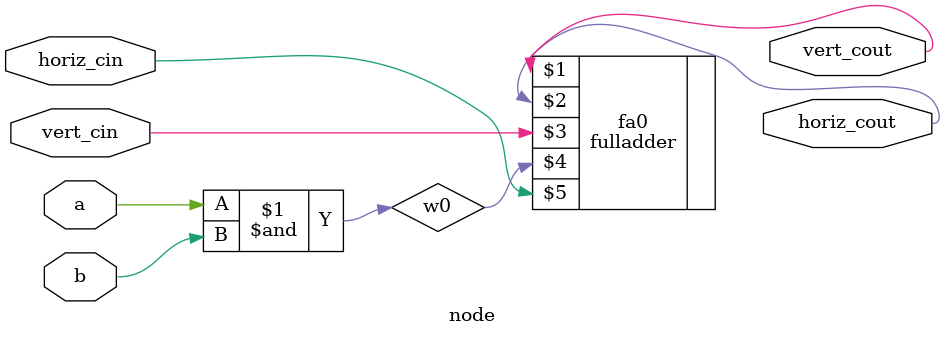
<source format=v>
`timescale 1ns / 1ps
module node(
    output vert_cout, horiz_cout,
    input vert_cin, horiz_cin, a, b
);

    wire w0;
    
    assign w0 = a&b;
    fulladder fa0(vert_cout , horiz_cout,vert_cin , w0 , horiz_cin);
endmodule

</source>
